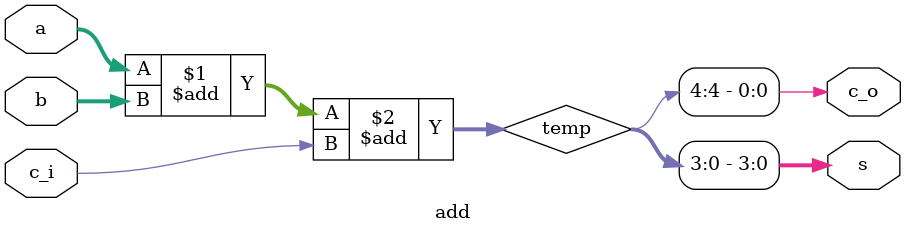
<source format=v>
module add
(
    input [3:0] a,
    input [3:0] b,
    input c_i,
    output [3:0] s,
    output c_o
);
   wire [4:0] temp;

   assign temp = a + b + c_i;
   assign s = temp [3:0];
   assign c_o = temp[4];
endmodule
</source>
